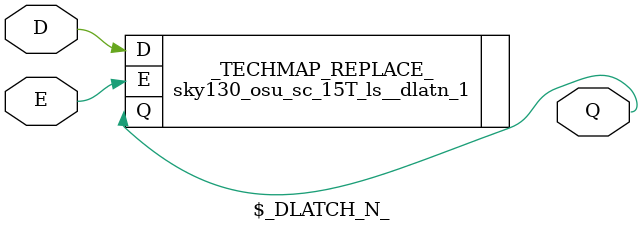
<source format=v>
module $_DLATCH_P_(input E, input D, output Q);
    sky130_osu_sc_15T_ls__dlat_1 _TECHMAP_REPLACE_ (
        .D(D),
        .E(E),
        .Q(Q)
        );
endmodule

module $_DLATCH_N_(input E, input D, output Q);
    sky130_osu_sc_15T_ls__dlatn_1 _TECHMAP_REPLACE_ (
        .D(D),
        .E(E),
        .Q(Q)
        );
endmodule

</source>
